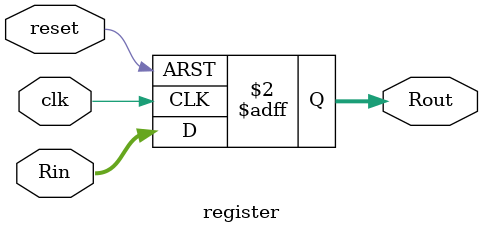
<source format=sv>
module register 
       #(parameter width = 8)
        (input  logic clk, reset,
         input  logic [width-1:0] Rin,
         output logic [width-1:0] Rout);
  always_ff @(posedge clk, posedge reset)
    if(reset)   Rout <= 0;
    else        Rout <= Rin;
endmodule
</source>
